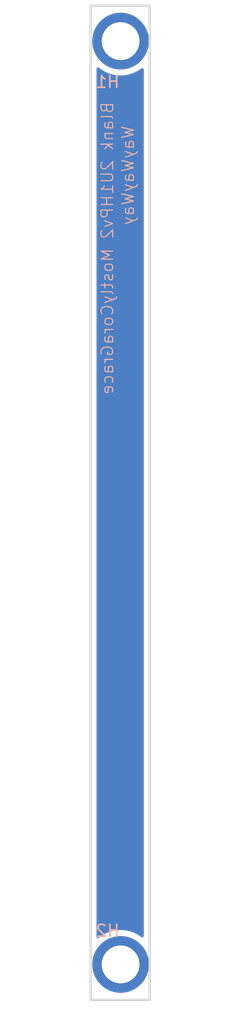
<source format=kicad_pcb>
(kicad_pcb (version 20241229) (generator "pcbnew") (generator_version "9.0")
  (layers (0 "F.Cu" signal) (2 "B.Cu" signal) (13 "F.Paste" user) (15 "B.Paste" user) (5 "F.SilkS" user "F.Silkscreen") (7 "B.SilkS" user "B.Silkscreen") (1 "F.Mask" user) (3 "B.Mask" user) (25 "Edge.Cuts" user))
  (net 0 "")
  (footprint "EXC:MountingHole_3.2mm_M3" (layer "F.Cu") (at 2.54 83.475)
    (property "Reference" "H2" (at 0 -2.84 0) (layer "B.SilkS") (effects (justify left mirror)))
    (property "Value" "Eurorack_M3_MountingHole")
    (pad "" thru_hole circle (at 0 0) (size 4.8 4.8) (drill 3.2) (layers "*.Cu" "*.Mask"))
  )
  (footprint "EXC:MountingHole_3.2mm_M3" (layer "F.Cu") (at 2.54 5.425)
    (property "Reference" "H1" (at 0 3.45 0) (layer "B.SilkS") (effects (justify left mirror)))
    (property "Value" "Eurorack_M3_MountingHole")
    (pad "" thru_hole circle (at 0 0) (size 4.8 4.8) (drill 3.2) (layers "*.Cu" "*.Mask"))
  )
  (gr_rect (start 0 2.425) (end 5 86.475) (stroke (width 0.2)) (fill no) (layer "Edge.Cuts"))
  (gr_text "Blank 2U1HPv2 MostlyCoraGrace" (at 2 10.5 90) (layer "B.SilkS") (effects (font (size 1 1) (thickness 0.1)) (justify left bottom mirror)))
  (gr_text "WayWayWay" (at 3.75 12.5 90) (layer "B.SilkS") (effects (font (size 1 1) (thickness 0.1)) (justify left bottom mirror)))
  (zone (net 0) (net_name "") (layers "F.Cu" "B.Cu") (connect_pads (clearance 0.5)) (min_thickness 0.25) (fill yes (thermal_gap 0.5) (thermal_bridge_width 0.5) (island_removal_mode 1) (island_area_min 10))
    (polygon (pts (xy 0 2.425) (xy 5 2.425) (xy 5 86.475) (xy 0 86.475)))
  )
)
</source>
